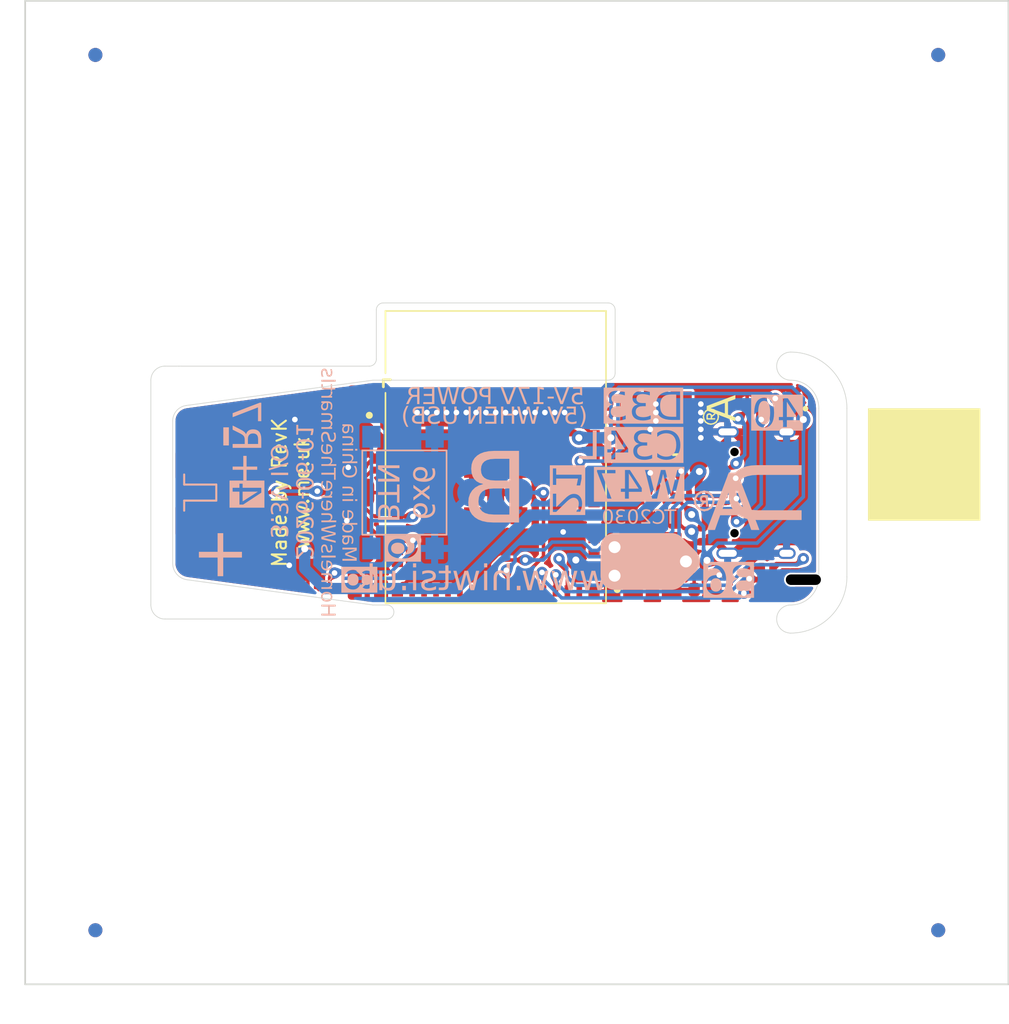
<source format=kicad_pcb>
(kicad_pcb (version 20241229) (generator "pcbnew") (generator_version "9.0")
  (title_block (title "PCB-LEDC") (rev "1") (company "Adrian Kennard, Andrews & Arnold Ltd"))
  (layers (0 "F.Cu" signal) (2 "B.Cu" signal) (13 "F.Paste" user) (15 "B.Paste" user) (5 "F.SilkS" user "F.Silkscreen") (7 "B.SilkS" user "B.Silkscreen") (1 "F.Mask" user) (3 "B.Mask" user) (25 "Edge.Cuts" user))
  (net 0 "")
  (net 1 "GND")
  (net 2 "+3V3")
  (net 3 "Net-(U1-EN)")
  (net 4 "D+")
  (net 5 "D-")
  (net 6 "SW")
  (net 7 "BST")
  (net 8 "FB")
  (net 11 "Net-(J3-CC1)")
  (net 12 "Net-(J3-CC2)")
  (net 13 "EN")
  (net 17 "LED")
  (net 21 "BLINK")
  (net 23 "DC")
  (net 25 "Net-(J1-Pin_2)")
  (net 30 "ADC")
  (net 37 "WS")
  (net 38 "SD")
  (net 39 "SCK")
  (net 43 "PUSH")
  (net 48 "Net-(U2-VCC)")
  (net 49 "IR")
  (net 53 "TEMP")
  (footprint "RevK:L_5x5" (layer "F.Cu") (at 109.9 94.8 180)
    (property "Reference" "L1" (hide yes))
    (property "Value" "4.7uH")
  )
  (footprint "RevK:R_0201" (layer "F.Cu") (at 111.1 100.4 90)
    (property "Reference" "R9" (hide yes))
    (property "Value" "150k 1%")
  )
  (footprint "RevK:ICS43434_MEMS_Mic_Open" (layer "F.Cu") (at 118.7 106.2)
    (property "Reference" "U3" (hide yes))
    (property "Value" "ICS43434_MEMS_Mic")
  )
  (footprint "RevK:DFN1006-2L" (layer "F.Cu") (at 89.9 98 -90)
    (property "Reference" "D2" (hide yes))
    (property "Value" "~")
  )
  (footprint "RevK:R_0201" (layer "F.Cu") (at 106.7 94.8 90)
    (property "Reference" "R1" (hide yes))
    (property "Value" "10K")
  )
  (footprint "RevK:R_0201" (layer "F.Cu") (at 87 106.9 180)
    (property "Reference" "R3" (hide yes))
    (property "Value" "124K")
  )
  (footprint "RevK:C_0201" (layer "F.Cu") (at 110 100.4 -90)
    (property "Reference" "C12" (hide yes))
    (property "Value" "100nF")
  )
  (footprint "RevK:C_0805" (layer "F.Cu") (at 89.4 106.9)
    (property "Reference" "C5" (hide yes))
    (property "Value" "22uF 35V")
  )
  (footprint "RevK:C_0201" (layer "F.Cu") (at 115.2 106.78 90)
    (property "Reference" "C13" (hide yes))
    (property "Value" "100nF")
  )
  (footprint "RevK:VCUT70N" (layer "F.Cu") (at 100 92)
    (property "Reference" "V1" (hide yes))
    (property "Value" "~")
  )
  (footprint "RevK:C_0201" (layer "F.Cu") (at 118.68 94.8 180)
    (property "Reference" "C8" (hide yes))
    (property "Value" "100nF")
  )
  (footprint "RevK:R_0201" (layer "F.Cu") (at 90 101.98 90)
    (property "Reference" "R2" (hide yes))
    (property "Value" "4k7")
  )
  (footprint "RevK:C_0402" (layer "F.Cu") (at 89.9 94.4 180)
    (property "Reference" "C1" (hide yes))
    (property "Value" "100nF" (hide yes))
  )
  (footprint "RevK:R_0201" (layer "F.Cu") (at 110.55 100.38 -90)
    (property "Reference" "R8" (hide yes))
    (property "Value" "150k 1%")
  )
  (footprint "RevK:C_0201" (layer "F.Cu") (at 106.7 93.4 90)
    (property "Reference" "C6" (hide yes))
    (property "Value" "1uF")
  )
  (footprint "RevK:C_0805" (layer "F.Cu") (at 107.4 101.2 -90)
    (property "Reference" "C15" (hide yes))
    (property "Value" "47uF 6V")
  )
  (footprint "RevK:R_0201" (layer "F.Cu") (at 85.4 106.7 180)
    (property "Reference" "R4" (hide yes))
    (property "Value" "10K")
  )
  (footprint "RevK:SMD1010" (layer "F.Cu") (at 119.7 93.601041 -135)
    (property "Reference" "D1" (hide yes))
    (property "Value" "XL-1010RGBC-WS2812B" (hide yes))
  )
  (footprint "RevK:C_0603" (layer "F.Cu") (at 113.4 106.9)
    (property "Reference" "C9" (hide yes))
    (property "Value" "47uF")
  )
  (footprint "RevK:VCUT70N" (layer "F.Cu") (at 100 108 180)
    (property "Reference" "V2" (hide yes))
    (property "Value" "~")
  )
  (footprint "RevK:PCB7070" (layer "F.Cu") (at 100 100)
    (property "Reference" "PCB1" (hide yes))
    (property "Value" "70x70" (hide yes))
    (fp_line (start -35 -35) (end 35 -35) (stroke (width 0.12)) (layer "Edge.Cuts"))
    (fp_line (start -35 35) (end -35 -35) (stroke (width 0.12)) (layer "Edge.Cuts"))
    (fp_line (start 35 -35) (end 35 35) (stroke (width 0.12)) (layer "Edge.Cuts"))
    (fp_line (start 35 35) (end -35 35) (stroke (width 0.12)) (layer "Edge.Cuts"))
  )
  (footprint "RevK:USB-C-Socket-H" (layer "F.Cu") (at 116 100 90)
    (property "Reference" "J3" (hide yes))
    (property "Value" "USB-C-Socket-H")
  )
  (footprint "RevK:C_0201" (layer "F.Cu") (at 107.2 97.5)
    (property "Reference" "C16" (hide yes))
    (property "Value" "100nF")
  )
  (footprint "RevK:SOT-563" (layer "F.Cu") (at 110.5375 98.6 -90)
    (property "Reference" "U4" (hide yes))
    (property "Value" "TPS562243")
  )
  (footprint "RevK:R_0201" (layer "F.Cu") (at 116.4 93.8 -90)
    (property "Reference" "R7" (hide yes))
    (property "Value" "5K1")
  )
  (footprint "RevK:R_0201" (layer "F.Cu") (at 112.9 105.9)
    (property "Reference" "R5" (hide yes))
    (property "Value" "47R")
  )
  (footprint "RevK:ESP32-S3-MINI-1" (layer "F.Cu") (at 98.5 100)
    (property "Reference" "U1" (hide yes))
    (property "Value" "ESP32-S3-MINI-1" (hide yes))
  )
  (footprint "RevK:C_0805" (layer "F.Cu") (at 110.3 101.85 180)
    (property "Reference" "C10" (hide yes))
    (property "Value" "22uF 25V")
  )
  (footprint "RevK:R_0201" (layer "F.Cu") (at 117 93.8 90)
    (property "Reference" "R6" (hide yes))
    (property "Value" "5K1")
  )
  (footprint "RevK:C_0805" (layer "F.Cu") (at 89.4 93.1)
    (property "Reference" "C7" (hide yes))
    (property "Value" "22uF 35V")
  )
  (footprint "RevK:C_0201" (layer "F.Cu") (at 111.6375 100.4 -90)
    (property "Reference" "C14" (hide yes))
    (property "Value" "18pF")
  )
  (footprint "RevK:C_0402" (layer "F.Cu") (at 113.2 103 -90)
    (property "Reference" "C11" (hide yes))
    (property "Value" "100nF 25V" (hide yes))
  )
  (footprint "RevK:R_0201" (layer "F.Cu") (at 112 99.4)
    (property "Reference" "R10" (hide yes))
    (property "Value" "33k 1%")
  )
  (footprint "RevK:IR-SMD-4P,3.35x3.9mm" (layer "F.Cu") (at 109.65 105.15)
    (property "Reference" "U2" (hide yes))
    (property "Value" "IRMHF384")
  )
  (footprint "RevK:WAGO-2060-453-998-404" (layer "F.Cu") (at 83.5 100)
    (property "Reference" "J2" (hide yes))
    (property "Value" "Wago")
  )
  (footprint "RevK:SW_Push_1P1T_NO_6x6mm" (layer "B.Cu") (at 91.9 100 -90)
    (property "Reference" "SW1" (hide yes))
    (property "Value" "Button")
  )
  (footprint "RevK:AA-Pad" (layer "B.Cu") (at 98.45 100 180)
    (property "Reference" "J1" (hide yes))
    (property "Value" "Reset")
  )
  (footprint "RevK:Tag-Connect_TC2030-IDC-NL_2x03_P1.27mm_Vertical" (layer "B.Cu") (at 109.5 104.9 180)
    (property "Reference" "J4" (hide yes))
    (property "Value" "TC2030-USB-NL-DS")
  )
  (gr_rect (start 125 94) (end 133 102) (fill yes) (layer "F.SilkS"))
  (gr_rect (start 89 97) (end 95 103) (stroke (width 0.12)) (fill no) (layer "B.SilkS"))
  (gr_line (start 107 87) (end 107 91.5) (stroke (width 0.05)) (layer "Edge.Cuts"))
  (gr_line (start 90.75 108) (end 89.750089 108) (stroke (width 0.05)) (layer "Edge.Cuts"))
  (gr_arc (start 90 90.5) (mid 89.853553 90.853553) (end 89.5 91) (stroke (width 0.05)) (layer "Edge.Cuts"))
  (gr_arc (start 119.5 110) (mid 118.5 109) (end 119.5 108) (stroke (width 0.05)) (layer "Edge.Cuts"))
  (gr_line (start 90.75 92) (end 89.750089 92) (stroke (width 0.05)) (layer "Edge.Cuts"))
  (gr_line (start 73.950089 92) (end 73.950089 108) (stroke (width 0.05)) (layer "Edge.Cuts"))
  (gr_line (start 89.750089 92) (end 76.470089 93.8) (stroke (width 0.05)) (layer "Edge.Cuts"))
  (gr_arc (start 90 87) (mid 90.146447 86.646447) (end 90.5 86.5) (stroke (width 0.05)) (layer "Edge.Cuts"))
  (gr_arc (start 123.5 106) (mid 122.328427 108.828427) (end 119.5 110) (stroke (width 0.05)) (layer "Edge.Cuts"))
  (gr_arc (start 106.5 86.5) (mid 106.853553 86.646447) (end 107 87) (stroke (width 0.05)) (layer "Edge.Cuts"))
  (gr_arc (start 119.5 92) (mid 120.914214 92.585786) (end 121.5 94) (stroke (width 0.05)) (layer "Edge.Cuts"))
  (gr_arc (start 75.5 94.91) (mid 75.776698 94.172913) (end 76.470089 93.8) (stroke (width 0.05)) (layer "Edge.Cuts"))
  (gr_line (start 89.750089 108) (end 76.533663 106.205556) (stroke (width 0.05)) (layer "Edge.Cuts"))
  (gr_line (start 90.75 109) (end 74.950089 109) (stroke (width 0.05)) (layer "Edge.Cuts"))
  (gr_arc (start 119.5 92) (mid 118.5 91) (end 119.5 90) (stroke (width 0.05)) (layer "Edge.Cuts"))
  (gr_line (start 75.95 91) (end 74.950089 91) (stroke (width 0.05)) (layer "Edge.Cuts"))
  (gr_arc (start 90.75 108) (mid 91.25 108.5) (end 90.75 109) (stroke (width 0.05)) (layer "Edge.Cuts"))
  (gr_arc (start 121.5 106) (mid 120.914214 107.414214) (end 119.5 108) (stroke (width 0.05)) (layer "Edge.Cuts"))
  (gr_arc (start 76.533663 106.205556) (mid 75.794902 105.808232) (end 75.500089 105.022916) (stroke (width 0.05)) (layer "Edge.Cuts"))
  (gr_line (start 121.5 94) (end 121.5 106) (stroke (width 0.05)) (layer "Edge.Cuts"))
  (gr_arc (start 73.950089 92) (mid 74.242982 91.292889) (end 74.950089 91) (stroke (width 0.05)) (layer "Edge.Cuts"))
  (gr_line (start 90.75 92) (end 106.5 92) (stroke (width 0.05)) (layer "Edge.Cuts"))
  (gr_line (start 89.5 91) (end 75.95 91) (stroke (width 0.05)) (layer "Edge.Cuts"))
  (gr_line (start 90.5 86.5) (end 106.5 86.5) (stroke (width 0.05)) (layer "Edge.Cuts"))
  (gr_line (start 123.5 106) (end 123.5 94) (stroke (width 0.05)) (layer "Edge.Cuts"))
  (gr_arc (start 119.5 90) (mid 122.328427 91.171573) (end 123.5 94) (stroke (width 0.05)) (layer "Edge.Cuts"))
  (gr_line (start 90 87) (end 90 90.5) (stroke (width 0.05)) (layer "Edge.Cuts"))
  (gr_arc (start 74.950089 109) (mid 74.242989 108.707103) (end 73.950089 108) (stroke (width 0.05)) (layer "Edge.Cuts"))
  (gr_line (start 75.5 94.91) (end 75.500089 105.022916) (stroke (width 0.05)) (layer "Edge.Cuts"))
  (gr_arc (start 107 91.5) (mid 106.853553 91.853553) (end 106.5 92) (stroke (width 0.05)) (layer "Edge.Cuts"))
  (gr_text "®" (at 114.3 95.35 90) (layer "F.SilkS") (effects (font (size 0.8 0.8) (thickness 0.1)) (justify left bottom)))
  (gr_text "A" (at 115.9 94.95 90) (layer "F.SilkS") (effects (font (size 2 2)) (justify left bottom)))
  (gr_text "Made by RevK\nwww.me.uk" (at 85.3 100 90) (layer "F.SilkS") (effects (font (size 1 1)) (justify bottom)))
  (gr_text "HomeIsWhereTheSmartIs" (at 86.5 100 -90) (layer "B.SilkS") (effects (font (size 1 1)) (justify mirror)))
  (gr_text "3.3V I/O" (at 83 99.9 -90) (layer "B.SilkS") (effects (font (size 1.2 1.2)) (justify mirror)))
  (gr_text "C34" (at 111.8 96.8 0) (layer "B.SilkS" knockout) (effects (font (size 2 2)) (justify left mirror)))
  (gr_text "D33" (at 111.9 94 0) (layer "B.SilkS" knockout) (effects (font (size 2 2)) (justify left mirror)))
  (gr_text "+R7" (at 80.6 96.4 270) (layer "B.SilkS") (effects (font (size 2 2)) (justify mirror)))
  (gr_text "5V-17V POWER" (at 98.45 92.5 0) (layer "B.SilkS") (effects (font (size 1.2 1.2)) (justify top mirror)))
  (gr_text "${CURRENT_DATE}" (at 85.5 99.9 -90) (layer "B.SilkS") (effects (font (size 1.2 1.2)) (justify top mirror)))
  (gr_text "6x6\nBTN" (at 92 100 270) (layer "B.SilkS") (effects (font (size 1.5 1.5)) (justify mirror)))
  (gr_text "+" (at 78.9 104.5 0) (layer "B.SilkS") (effects (font (size 3.5 3.5)) (justify mirror)))
  (gr_text "U" (at 117.25 100 -90) (layer "B.SilkS") (effects (font (size 5 5)) (justify mirror)))
  (gr_text "36" (at 115.1 106.4 0) (layer "B.SilkS" knockout) (effects (font (size 2 2)) (justify mirror)))
  (gr_text "21" (at 103.4 99.8 -90) (layer "B.SilkS" knockout) (effects (font (size 2 2)) (justify mirror)))
  (gr_text "4" (at 80.6 100.1 -90) (layer "B.SilkS" knockout) (effects (font (size 2 2)) (justify mirror)))
  (gr_text "®" (at 114.3 101.2 0) (layer "B.SilkS") (effects (font (size 1 1)) (justify left bottom mirror)))
  (gr_text "-" (at 79.2 96 90) (layer "B.SilkS") (effects (font (size 3.5 3.5)) (justify mirror)))
  (gr_text "W47" (at 111.8 99.6 0) (layer "B.SilkS" knockout) (effects (font (size 2 2)) (justify left mirror)))
  (gr_text "L" (at 104.4 96.8 0) (layer "B.SilkS") (effects (font (size 2 2)) (justify right mirror)))
  (gr_text "Made in China" (at 88 100 -90) (layer "B.SilkS") (effects (font (size 1 1)) (justify mirror)))
  (gr_text "8" (at 88.6 106.2 -90) (layer "B.SilkS" knockout) (effects (font (size 2 2)) (justify mirror)))
  (gr_text "TC2030" (at 108.7 101.8 0) (layer "B.SilkS") (effects (font (size 1 1)) (justify mirror)))
  (gr_text "(5V WHEN USB)" (at 98.4 93.9 0) (layer "B.SilkS") (effects (font (size 1.2 1.2)) (justify top mirror)))
  (gr_text "⎍" (at 77.7 100 -90) (layer "B.SilkS") (effects (font (size 3 3)) (justify mirror)))
  (gr_text "40" (at 118.5 94.5 0) (layer "B.SilkS" knockout) (effects (font (size 2 2)) (justify mirror)))
  (gr_text "www.hiwtsi.uk" (at 97.5 106.2 0) (layer "B.SilkS") (effects (font (size 1.8 1.8)) (justify mirror)))
  (gr_text "A" (at 115.4 101 0) (layer "B.SilkS") (effects (font (size 4 4)) (justify mirror)))
  (gr_text "6" (at 91.7 104 270) (layer "B.SilkS" knockout) (effects (font (size 2 2)) (justify mirror)))
  (segment (start 111.563168 98.6) (end 111.611216 98.551952) (width 0.4) (layer "F.Cu") (net 1))
  (segment (start 111.611216 98.533574) (end 111.658986 98.485804) (width 0.4) (layer "F.Cu") (net 1))
  (segment (start 111.675377 98.46064) (end 111.658986 98.477031) (width 0.4) (layer "F.Cu") (net 1))
  (segment (start 108.6 101.9) (end 107.6375 101.9) (width 1) (layer "F.Cu") (net 1))
  (segment (start 90.3375 106.9) (end 91.4 106.9) (width 0.25) (layer "F.Cu") (net 1))
  (segment (start 111.675377 98.46064) (end 111.658986 98.477031) (width 0.25) (layer "F.Cu") (net 1))
  (segment (start 114.175 106.111101) (end 114.415101 105.871) (width 0.25) (layer "F.Cu") (net 1))
  (segment (start 107.4 102.1375) (end 106.6 102.9375) (width 0.25) (layer "F.Cu") (net 1))
  (segment (start 118.36 94.999999) (end 119.040001 95.68) (width 0.25) (layer "F.Cu") (net 1))
  (segment (start 109.5 98.6) (end 109.7605 98.3395) (width 0.8) (layer "F.Cu") (net 1))
  (segment (start 114.375 107.1) (end 115.2 107.1) (width 0.25) (layer "F.Cu") (net 1))
  (segment (start 105.5 96.6) (end 105.98 96.6) (width 0.25) (layer "F.Cu") (net 1))
  (segment (start 105.5 96.6) (end 105.2 96.6) (width 0.25) (layer "F.Cu") (net 1))
  (segment (start 111.680117 98.452819) (end 111.680117 98.451965) (width 0.4) (layer "F.Cu") (net 1))
  (segment (start 105.98 96.6) (end 106.88 97.5) (width 0.25) (layer "F.Cu") (net 1))
  (segment (start 111.681354 98.450728) (end 111.681354 98.454224) (width 0.25) (layer "F.Cu") (net 1))
  (segment (start 111.681354 98.454224) (end 111.699302 98.472172) (width 0.4) (layer "F.Cu") (net 1))
  (segment (start 111.675377 98.46064) (end 111.675377 98.457559) (width 0.4) (layer "F.Cu") (net 1))
  (segment (start 114.13 103.5) (end 113.2 103.5) (width 0.5) (layer "F.Cu") (net 1))
  (segment (start 115.01 95.68) (end 115.01 96.22) (width 0.5) (layer "F.Cu") (net 1))
  (segment (start 112.32 99.200001) (end 111.671951 98.551952) (width 0.25) (layer "F.Cu") (net 1))
  (segment (start 109.5 98.6) (end 111.563168 98.6) (width 0.4) (layer "F.Cu") (net 1))
  (segment (start 115.41 104.32) (end 118.64 101.09) (width 0.5) (layer "F.Cu") (net 1))
  (segment (start 111.680117 98.451965) (end 111.681354 98.450728) (width 0.4) (layer "F.Cu") (net 1))
  (segment (start 111.680117 98.452819) (end 111.675377 98.457559) (width 0.4) (layer "F.Cu") (net 1))
  (segment (start 104.764428 97.035572) (end 104.20997 97.035572) (width 0.25) (layer "F.Cu") (net 1))
  (segment (start 111.680117 98.452819) (end 111.680117 98.451965) (width 0.25) (layer "F.Cu") (net 1))
  (segment (start 112.32 99.4) (end 112.32 99.98) (width 0.25) (layer "F.Cu") (net 1))
  (segment (start 118.36 94.8) (end 118.36 94.999999) (width 0.25) (layer "F.Cu") (net 1))
  (segment (start 105.2 96.6) (end 104.764428 97.035572) (width 0.25) (layer "F.Cu") (net 1))
  (segment (start 115.41 95.68) (end 118.64 98.91) (width 0.5) (layer "F.Cu") (net 1))
  (segment (start 114.43 103.74) (end 115.01 104.32) (width 0.5) (layer "F.Cu") (net 1))
  (segment (start 109.5 98.425) (end 110.0375 97.8875) (width 0.25) (layer "F.Cu") (net 1))
  (segment (start 104.45 94.95) (end 104.45 93) (width 0.25) (layer "F.Cu") (net 1))
  (segment (start 107.6375 101.9) (end 107.4 102.1375) (width 1) (layer "F.Cu") (net 1))
  (segment (start 111.671951 98.551952) (end 111.671951 98.510735) (width 0.25) (layer "F.Cu") (net 1))
  (segment (start 108.325 103.55) (end 108.325 103.0625) (width 1) (layer "F.Cu") (net 1))
  (segment (start 111.671951 98.510735) (end 111.658986 98.49777) (width 0.25) (layer "F.Cu") (net 1))
  (segment (start 105.5 107) (end 106.5 107) (width 0.25) (layer "F.Cu") (net 1))
  (segment (start 106.6 102.9375) (end 106.6 103.2) (width 0.25) (layer "F.Cu") (net 1))
  (segment (start 114.43 103.2) (end 114.43 103.74) (width 0.5) (layer "F.Cu") (net 1))
  (segment (start 111.658986 98.485804) (end 111.658986 98.477031) (width 0.4) (layer "F.Cu") (net 1))
  (segment (start 109.7605 98.3395) (end 109.7605 98.11522) (width 0.8) (layer "F.Cu") (net 1))
  (segment (start 115.01 96.22) (end 114.43 96.8) (width 0.5) (layer "F.Cu") (net 1))
  (segment (start 111.680117 98.451965) (end 111.681354 98.450728) (width 0.25) (layer "F.Cu") (net 1))
  (segment (start 109.5 98.6) (end 109.5 98.425) (width 0.25) (layer "F.Cu") (net 1))
  (segment (start 111.658986 98.49777) (end 111.658986 98.477031) (width 0.25) (layer "F.Cu") (net 1))
  (segment (start 111.611216 98.551952) (end 111.611216 98.533574) (width 0.4) (layer "F.Cu") (net 1))
  (segment (start 109.3625 101.9) (end 108.6 101.9) (width 1) (layer "F.Cu") (net 1))
  (segment (start 108.325 103.0625) (end 107.4 102.1375) (width 1) (layer "F.Cu") (net 1))
  (segment (start 89.4 94.7) (end 88.1 96) (width 0.25) (layer "F.Cu") (net 1))
  (segment (start 89.4 94.4) (end 89.4 94.7) (width 0.25) (layer "F.Cu") (net 1))
  (segment (start 102.895542 98.35) (end 100.15 98.35) (width 0.25) (layer "F.Cu") (net 1))
  (segment (start 119.2 95.68) (end 119.2 104.32) (width 0.5) (layer "F.Cu") (net 1))
  (segment (start 105.25 95.75) (end 104.45 94.95) (width 0.25) (layer "F.Cu") (net 1))
  (segment (start 114.175 106.9) (end 114.175 106.111101) (width 0.25) (layer "F.Cu") (net 1))
  (segment (start 112.32 99.4) (end 112.32 99.200001) (width 0.25) (layer "F.Cu") (net 1))
  (segment (start 111.681354 98.454224) (end 111.699302 98.472172) (width 0.25) (layer "F.Cu") (net 1))
  (segment (start 111.675377 98.46064) (end 111.675377 98.457559) (width 0.25) (layer "F.Cu") (net 1))
  (segment (start 111.681354 98.450728) (end 111.681354 98.454224) (width 0.4) (layer "F.Cu") (net 1))
  (segment (start 114.43 103.2) (end 114.13 103.5) (width 0.5) (layer "F.Cu") (net 1))
  (segment (start 111.680117 98.452819) (end 111.675377 98.457559) (width 0.25) (layer "F.Cu") (net 1))
  (segment (start 104.20997 97.035572) (end 102.895542 98.35) (width 0.25) (layer "F.Cu") (net 1))
  (via (at 94.3 94.3) (size 0.8) (drill 0.4) (layers "F.Cu" "B.Cu") (net 1))
  (via (at 113.1 95.5) (size 0.8) (drill 0.4) (layers "F.Cu" "B.Cu") (net 1))
  (via (at 98.5 94.3) (size 0.8) (drill 0.4) (layers "F.Cu" "B.Cu") (net 1))
  (via (at 113.1 94.3) (size 0.8) (drill 0.4) (layers "F.Cu" "B.Cu") (net 1))
  (via (at 109.9 94.9) (size 0.8) (drill 0.4) (layers "F.Cu" "B.Cu") (net 1))
  (via (at 101.3 94.3) (size 0.8) (drill 0.4) (layers "F.Cu" "B.Cu") (net 1))
  (via (at 95 94.3) (size 0.8) (drill 0.4) (layers "F.Cu" "B.Cu") (net 1))
  (via (at 102.7 94.3) (size 0.8) (drill 0.4) (layers "F.Cu" "B.Cu") (net 1))
  (via (at 100.6 94.3) (size 0.8) (drill 0.4) (layers "F.Cu" "B.Cu") (net 1))
  (via (at 83.8 105.173963) (size 0.8) (drill 0.4) (layers "F.Cu" "B.Cu") (net 1))
  (via (at 113.1 94.9) (size 0.8) (drill 0.4) (layers "F.Cu" "B.Cu") (net 1))
  (via (at 92.9 94.3) (size 0.8) (drill 0.4) (layers "F.Cu" "B.Cu") (net 1))
  (via (at 99.2 94.3) (size 0.8) (drill 0.4) (layers "F.Cu" "B.Cu") (net 1))
  (via (at 114.415101 105.871) (size 0.8) (drill 0.4) (layers "F.Cu" "B.Cu") (net 1))
  (via (at 103.3 102.8) (size 0.8) (drill 0.4) (layers "F.Cu" "B.Cu") (net 1))
  (via (at 93.6 94.3) (size 0.8) (drill 0.4) (layers "F.Cu" "B.Cu") (net 1))
  (via (at 96.4 94.3) (size 0.8) (drill 0.4) (layers "F.Cu" "B.Cu") (net 1))
  (via (at 102 94.3) (size 0.8) (drill 0.4) (layers "F.Cu" "B.Cu") (net 1))
  (via (at 97.8 94.3) (size 0.8) (drill 0.4) (layers "F.Cu" "B.Cu") (net 1))
  (via (at 109.9 94.3) (size 0.8) (drill 0.4) (layers "F.Cu" "B.Cu") (net 1))
  (via (at 97.1 94.3) (size 0.8) (drill 0.4) (layers "F.Cu" "B.Cu") (net 1))
  (via (at 109.5 95.5) (size 0.8) (drill 0.4) (layers "F.Cu" "B.Cu") (net 1))
  (via (at 104.2 104.8) (size 1) (drill 0.5) (layers "F.Cu" "B.Cu") (net 1))
  (via (at 95.7 94.3) (size 0.8) (drill 0.4) (layers "F.Cu" "B.Cu") (net 1))
  (via (at 109.5 98.6) (size 0.8) (drill 0.4) (layers "F.Cu" "B.Cu") (net 1))
  (via (at 99.9 94.3) (size 0.8) (drill 0.4) (layers "F.Cu" "B.Cu") (net 1))
  (via (at 109.9 93.7) (size 0.8) (drill 0.4) (layers "F.Cu" "B.Cu") (net 1))
  (via (at 88 98.2) (size 0.8) (drill 0.4) (layers "F.Cu" "B.Cu") (net 1))
  (via (at 87.9 102) (size 0.8) (drill 0.4) (layers "F.Cu" "B.Cu") (net 1))
  (via (at 84.2 94.8) (size 0.8) (drill 0.4) (layers "F.Cu" "B.Cu") (net 1))
  (via (at 113.1 96.1) (size 0.8) (drill 0.4) (layers "F.Cu" "B.Cu") (net 1))
  (via (at 113.1 93.7) (size 0.8) (drill 0.4) (layers "F.Cu" "B.Cu") (net 1))
  (via (at 103.4 94.3) (size 0.8) (drill 0.4) (layers "F.Cu" "B.Cu") (net 1))
  (via (at 111.699302 98.472172) (size 0.8) (drill 0.4) (layers "F.Cu" "B.Cu") (net 1))
  (segment (start 107.845 105.15) (end 104.55 105.15) (width 0.25) (layer "B.Cu") (net 1))
  (segment (start 108.23 105.535) (end 107.845 105.15) (width 0.25) (layer "B.Cu") (net 1))
  (segment (start 104.55 105.15) (end 104.2 104.8) (width 0.25) (layer "B.Cu") (net 1))
  (segment (start 107.731 95.169) (end 108.1 94.8) (width 1) (layer "F.Cu") (net 2))
  (segment (start 114.846 105.046) (end 115.2 105.4) (width 0.25) (layer "F.Cu") (net 2))
  (segment (start 115.2 106.45) (end 115.2 106.505) (width 0.25) (layer "F.Cu") (net 2))
  (segment (start 107.475 95.425) (end 108.1 94.8) (width 0.25) (layer "F.Cu") (net 2))
  (segment (start 104.416166 96.099578) (end 104.066588 95.75) (width 0.5) (layer "F.Cu") (net 2))
  (segment (start 119.597918 94.202082) (end 119 94.8) (width 0.25) (layer "F.Cu") (net 2))
  (segment (start 116.244 105.406) (end 117.305 105.406) (width 0.25) (layer "F.Cu") (net 2))
  (segment (start 90.4 95.3) (end 90.85 95.75) (width 0.25) (layer "F.Cu") (net 2))
  (segment (start 107.475 97.5) (end 107.475 95.425) (width 0.25) (layer "F.Cu") (net 2))
  (segment (start 106.7 95.12) (end 107.78 95.12) (width 0.25) (layer "F.Cu") (net 2))
  (segment (start 104.066588 95.75) (end 91.5 95.75) (width 0.5) (layer "F.Cu") (net 2))
  (segment (start 90.4 94.4) (end 90.4 95.3) (width 0.25) (layer "F.Cu") (net 2))
  (segment (start 113.80444 105.046) (end 114.846 105.046) (width 0.25) (layer "F.Cu") (net 2))
  (segment (start 112.447911 101.485411) (end 111.6375 100.675) (width 0.25) (layer "F.Cu") (net 2))
  (segment (start 116.244 105.406) (end 115.2 106.45) (width 0.25) (layer "F.Cu") (net 2))
  (segment (start 106.8 96.1) (end 108.1 94.8) (width 0.8) (layer "F.Cu") (net 2))
  (segment (start 106.7 96.1) (end 106.8 96.1) (width 0.8) (layer "F.Cu") (net 2))
  (segment (start 107.4 100.2625) (end 107.731 99.9315) (width 1) (layer "F.Cu") (net 2))
  (segment (start 113.175 105.18678) (end 113.541 104.82078) (width 0.25) (layer "F.Cu") (net 2))
  (segment (start 119.802082 94.202082) (end 120.4 94.8) (width 0.25) (layer "F.Cu") (net 2))
  (segment (start 113.57922 104.82078) (end 113.80444 105.046) (width 0.25) (layer "F.Cu") (net 2))
  (segment (start 113.541 104.82078) (end 113.57922 104.82078) (width 0.25) (layer "F.Cu") (net 2))
  (segment (start 90.85 95.75) (end 91.5 95.75) (width 0.25) (layer "F.Cu") (net 2))
  (segment (start 111.1 100.675) (end 111.6375 100.675) (width 0.25) (layer "F.Cu") (net 2))
  (segment (start 115.2 105.4) (end 115.2 106.505) (width 0.25) (layer "F.Cu") (net 2))
  (segment (start 113.175 105.9) (end 113.175 105.18678) (width 0.25) (layer "F.Cu") (net 2))
  (segment (start 107.731 99.9315) (end 107.731 95.169) (width 1) (layer "F.Cu") (net 2))
  (segment (start 112.447911 101.562908) (end 112.447911 101.485411) (width 0.25) (layer "F.Cu") (net 2))
  (via (at 104.416166 96.099578) (size 1) (drill 0.5) (layers "F.Cu" "B.Cu") (net 2))
  (via (at 106.7 96.1) (size 1) (drill 0.5) (layers "F.Cu" "B.Cu") (net 2))
  (via (at 112.447911 101.562908) (size 1) (drill 0.5) (layers "F.Cu" "B.Cu") (net 2))
  (via (at 113.541 104.82078) (size 1) (drill 0.5) (layers "F.Cu" "B.Cu") (net 2))
  (via (at 120.4 94.8) (size 1) (drill 0.5) (layers "F.Cu" "B.Cu") (net 2))
  (segment (start 112.4375 101.492764) (end 112.437428 101.492692) (width 0.25) (layer "B.Cu") (net 2))
  (segment (start 113.3 102.431444) (end 113.3 104.57978) (width 0.25) (layer "B.Cu") (net 2))
  (segment (start 112.4375 101.523606) (end 112.4375 101.522439) (width 0.25) (layer "B.Cu") (net 2))
  (segment (start 112.4375 101.502673) (end 112.436788 101.503385) (width 0.25) (layer "B.Cu") (net 2))
  (segment (start 112.43488 101.548112) (end 112.433569 101.546801) (width 0.25) (layer "B.Cu") (net 2))
  (segment (start 120.4 94.8) (end 120.4 100.3) (width 0.25) (layer "B.Cu") (net 2))
  (segment (start 112.4375 101.537061) (end 112.4375 101.540248) (width 0.25) (layer "B.Cu") (net 2))
  (segment (start 112.437428 101.484882) (end 112.437428 101.492693) (width 0.25) (layer "B.Cu") (net 2))
  (segment (start 112.4375 101.492764) (end 112.43535 101.492764) (width 0.25) (layer "B.Cu") (net 2))
  (segment (start 112.430209 101.545302) (end 112.43712 101.552213) (width 0.25) (layer "B.Cu") (net 2))
  (segment (start 112.4375 101.492765) (end 112.435349 101.492765) (width 0.25) (layer "B.Cu") (net 2))
  (segment (start 112.4375 101.513976) (end 112.4375 101.517342) (width 0.25) (layer "B.Cu") (net 2))
  (segment (start 112.4375 101.502665) (end 112.436784 101.503381) (width 0.25) (layer "B.Cu") (net 2))
  (segment (start 112.436988 101.524665) (end 112.4375 101.524665) (width 0.25) (layer "B.Cu") (net 2))
  (segment (start 112.4375 101.503381) (end 112.435965 101.501846) (width 0.25) (layer "B.Cu") (net 2))
  (segment (start 112.435963 101.493379) (end 112.435963 101.501848) (width 0.25) (layer "B.Cu") (net 2))
  (segment (start 112.485455 101.722282) (end 112.485455 101.611103) (width 0.25) (layer "B.Cu") (net 2))
  (segment (start 112.4375 101.528706) (end 112.4375 101.525177) (width 0.25) (layer "B.Cu") (net 2))
  (segment (start 113.284278 102.415722) (end 113.3 102.431444) (width 0.25) (layer "B.Cu") (net 2))
  (segment (start 120.4 93.3) (end 119.601 92.501) (width 0.25) (layer "B.Cu") (net 2))
  (segment (start 112.485455 101.722282) (end 112.590837 101.722282) (width 0.25) (layer "B.Cu") (net 2))
  (segment (start 118.236396 92.5) (end 107.263604 92.5) (width 0.25) (layer "B.Cu") (net 2))
  (segment (start 114.309281 103.594) (end 113.541 104.362281) (width 0.25) (layer "B.Cu") (net 2))
  (segment (start 112.4375 101.551777) (end 112.4375 101.551344) (width 0.25) (layer "B.Cu") (net 2))
  (segment (start 112.435963 101.493379) (end 112.435349 101.492765) (width 0.25) (layer "B.Cu") (net 2))
  (segment (start 104.416588 96.1) (end 104.416166 96.099578) (width 0.8) (layer "B.Cu") (net 2))
  (segment (start 112.4375 101.551733) (end 112.4375 101.552543) (width 0.25) (layer "B.Cu") (net 2))
  (segment (start 112.4375 101.54911) (end 112.4375 101.55001) (width 0.25) (layer "B.Cu") (net 2))
  (segment (start 112.437428 101.484877) (end 112.437428 101.492692) (width 0.25) (layer "B.Cu") (net 2))
  (segment (start 112.445196 101.560261) (end 112.4375 101.552565) (width 0.25) (layer "B.Cu") (net 2))
  (segment (start 112.430209 101.545302) (end 112.430209 101.492096) (width 0.25) (layer "B.Cu") (net 2))
  (segment (start 112.437428 101.484877) (end 112.430209 101.492096) (width 0.25) (layer "B.Cu") (net 2))
  (segment (start 112.430886 101.54103) (end 112.430886 101.539853) (width 0.25) (layer "B.Cu") (net 2))
  (segment (start 112.4375 101.503385) (end 112.435963 101.501848) (width 0.25) (layer "B.Cu") (net 2))
  (segment (start 113.622922 104.753943) (end 113.556085 104.82078) (width 0.25) (layer "B.Cu") (net 2))
  (segment (start 118.237396 92.501) (end 118.236396 92.5) (width 0.25) (layer "B.Cu") (net 2))
  (segment (start 112.445196 101.560261) (end 112.445196 101.556302) (width 0.25) (layer "B.Cu") (net 2))
  (segment (start 107.263604 92.5) (end 106.7 93.063604) (width 0.25) (layer "B.Cu") (net 2))
  (segment (start 112.448503 101.562627) (end 112.44832 101.56281) (width 0.25) (layer "B.Cu") (net 2))
  (segment (start 112.4375 101.549222) (end 112.4375 101.5501) (width 0.25) (layer "B.Cu") (net 2))
  (segment (start 112.436434 101.547797) (end 112.436434 101.54918) (width 0.25) (layer "B.Cu") (net 2))
  (segment (start 112.4375 101.551733) (end 112.4375 101.551289) (width 0.25) (layer "B.Cu") (net 2))
  (segment (start 112.437157 101.518832) (end 112.4375 101.518832) (width 0.25) (layer "B.Cu") (net 2))
  (segment (start 112.4375 101.517342) (end 112.4375 101.519875) (width 0.25) (layer "B.Cu") (net 2))
  (segment (start 112.4375 101.551832) (end 112.4375 101.552593) (width 0.25) (layer "B.Cu") (net 2))
  (segment (start 112.4375 101.551414) (end 112.4375 101.550884) (width 0.25) (layer "B.Cu") (net 2))
  (segment (start 112.430886 101.54103) (end 112.428031 101.538175) (width 0.25) (layer "B.Cu") (net 2))
  (segment (start 112.430886 101.539853) (end 112.434329 101.543296) (width 0.25) (layer "B.Cu") (net 2))
  (segment (start 106.7 93.063604) (end 106.7 96.1) (width 0.25) (layer "B.Cu") (net 2))
  (segment (start 112.4375 101.550724) (end 112.4375 101.551289) (width 0.25) (layer "B.Cu") (net 2))
  (segment (start 117.106 103.594) (end 114.309281 103.594) (width 0.25) (layer "B.Cu") (net 2))
  (segment (start 112.4375 101.551777) (end 112.4375 101.552565) (width 0.25) (layer "B.Cu") (net 2))
  (segment (start 112.4375 101.518832) (end 112.4375 101.563148) (width 0.25) (layer "B.Cu") (net 2))
  (segment (start 112.4375 101.546731) (end 112.4375 101.548116) (width 0.25) (layer "B.Cu") (net 2))
  (segment (start 112.435965 101.493379) (end 112.43535 101.492764) (width 0.25) (layer "B.Cu") (net 2))
  (segment (start 112.4375 101.509287) (end 112.4375 101.513977) (width 0.25) (layer "B.Cu") (net 2))
  (segment (start 112.4375 101.545283) (end 112.4375 101.546953) (width 0.25) (layer "B.Cu") (net 2))
  (segment (start 112.4375 101.542601) (end 112.4375 101.544788) (width 0.25) (layer "B.Cu") (net 2))
  (segment (start 112.4375 101.551381) (end 112.437207 101.551088) (width 0.25) (layer "B.Cu") (net 2))
  (segment (start 112.4375 101.507345) (end 112.4375 101.509287) (width 0.25) (layer "B.Cu") (net 2))
  (segment (start 112.437157 101.518832) (end 112.4375 101.519175) (width 0.25) (layer "B.Cu") (net 2))
  (segment (start 112.4375 101.54287) (end 112.4375 101.545006) (width 0.25) (layer "B.Cu") (net 2))
  (segment (start 112.434947 101.550735) (end 112.4375 101.548182) (width 0.25) (layer "B.Cu") (net 2))
  (segment (start 112.449856 101.56262) (end 112.449994 101.562758) (width 0.25) (layer "B.Cu") (net 2))
  (segment (start 112.43654 101.551288) (end 112.43654 101.55106) (width 0.25) (layer "B.Cu") (net 2))
  (segment (start 112.4375 101.550795) (end 112.4375 101.5501) (width 0.25) (layer "B.Cu") (net 2))
  (segment (start 112.43488 101.548112) (end 112.43488 101.547626) (width 0.25) (layer "B.Cu") (net 2))
  (segment (start 112.4375 101.513977) (end 112.4375 101.517342) (width 0.25) (layer "B.Cu") (net 2))
  (segment (start 112.4375 101.524783) (end 112.4375 101.529418) (width 0.25) (layer "B.Cu") (net 2))
  (segment (start 112.4375 101.54287) (end 112.4375 101.540248) (width 0.25) (layer "B.Cu") (net 2))
  (segment (start 112.43712 101.525045) (end 112.4375 101.524665) (width 0.25) (layer "B.Cu") (net 2))
  (segment (start 112.437207 101.551088) (end 112.437207 101.551727) (width 0.25) (layer "B.Cu") (net 2))
  (segment (start 112.4375 101.540666) (end 112.4375 101.543212) (width 0.25) (layer "B.Cu") (net 2))
  (segment (start 112.4375 101.546556) (end 112.4375 101.544788) (width 0.25) (layer "B.Cu") (net 2))
  (segment (start 112.4375 101.550212) (end 112.4375 101.550884) (width 0.25) (layer "B.Cu") (net 2))
  (segment (start 112.433569 101.546801) (end 112.431189 101.546801) (width 0.25) (layer "B.Cu") (net 2))
  (segment (start 112.4375 101.548863) (end 112.436434 101.547797) (width 0.25) (layer "B.Cu") (net 2))
  (segment (start 112.436988 101.524665) (end 112.4375 101.525177) (width 0.25) (layer "B.Cu") (net 2))
  (segment (start 112.437144 101.552565) (end 112.437144 101.552921) (width 0.25) (layer "B.Cu") (net 2))
  (segment (start 112.4375 101.507345) (end 112.4375 101.509286) (width 0.25) (layer "B.Cu") (net 2))
  (segment (start 112.450094 101.562748) (end 112.453026 101.562748) (width 0.25) (layer "B.Cu") (net 2))
  (segment (start 112.4375 101.551381) (end 112.4375 101.551364) (width 0.25) (layer "B.Cu") (net 2))
  (segment (start 112.458132 101.563894) (end 112.457099 101.562861) (width 0.25) (layer "B.Cu") (net 2))
  (segment (start 112.436928 101.552349) (end 112.436515 101.552349) (width 0.25) (layer "B.Cu") (net 2))
  (segment (start 112.448278 101.563463) (end 112.448767 101.563952) (width 0.25) (layer "B.Cu") (net 2))
  (segment (start 112.45283 101.562738) (end 112.449994 101.565574) (width 0.25) (layer "B.Cu") (net 2))
  (segment (start 120.4 100.3) (end 117.106 103.594) (width 0.25) (layer "B.Cu") (net 2))
  (segment (start 112.44832 101.563489) (end 112.448785 101.563954) (width 0.25) (layer "B.Cu") (net 2))
  (segment (start 112.4375 101.503381) (end 112.436784 101.503381) (width 0.25) (layer "B.Cu") (net 2))
  (segment (start 112.453139 101.562861) (end 112.453026 101.562748) (width 0.25) (layer "B.Cu") (net 2))
  (segment (start 112.4375 101.540666) (end 112.4375 101.537567) (width 0.25) (layer "B.Cu") (net 2))
  (segment (start 112.449856 101.56262) (end 112.448458 101.56262) (width 0.25) (layer "B.Cu") (net 2))
  (segment (start 112.442837 101.558661) (end 112.442837 101.557404) (width 0.25) (layer "B.Cu") (net 2))
  (segment (start 112.4375 101.545283) (end 112.4375 101.543212) (width 0.25) (layer "B.Cu") (net 2))
  (segment (start 112.452967 101.562875) (end 112.456657 101.562875) (width 0.25) (layer "B.Cu") (net 2))
  (segment (start 112.448503 101.562627) (end 112.449973 101.562627) (width 0.25) (layer "B.Cu") (net 2))
  (segment (start 112.442837 101.557404) (end 112.442229 101.558012) (width 0.25) (layer "B.Cu") (net 2))
  (segment (start 112.4375 101.550795) (end 112.4375 101.551344) (width 0.25) (layer "B.Cu") (net 2))
  (segment (start 113.3 104.57978) (end 113.541 104.82078) (width 0.25) (layer "B.Cu") (net 2))
  (segment (start 112.448041 101.563894) (end 112.458132 101.563894) (width 0.25) (layer "B.Cu") (net 2))
  (segment (start 112.4375 101.542601) (end 112.4375 101.539919) (width 0.25) (layer "B.Cu") (net 2))
  (segment (start 112.4375 101.537061) (end 112.4375 101.533239) (width 0.25) (layer "B.Cu") (net 2))
  (segment (start 112.4375 101.528149) (end 112.4375 101.532767) (width 0.25) (layer "B.Cu") (net 2))
  (segment (start 112.445196 101.560973) (end 112.437144 101.552921) (width 0.25) (layer "B.Cu") (net 2))
  (segment (start 112.4375 101.533842) (end 112.4375 101.529418) (width 0.25) (layer "B.Cu") (net 2))
  (segment (start 112.434329 101.540232) (end 112.434329 101.543296) (width 0.25) (layer "B.Cu") (net 2))
  (segment (start 112.485455 101.611103) (end 112.4375 101.563148) (width 0.25) (layer "B.Cu") (net 2))
  (segment (start 112.4375 101.550212) (end 112.4375 101.549363) (width 0.25) (layer "B.Cu") (net 2))
  (segment (start 112.43654 101.551288) (end 112.435987 101.550735) (width 0.25) (layer "B.Cu") (net 2))
  (segment (start 112.4229 101.538358) (end 112.436952 101.538358) (width 0.25) (layer "B.Cu") (net 2))
  (segment (start 112.435833 101.550926) (end 112.435833 101.525425) (width 0.25) (layer "B.Cu") (net 2))
  (segment (start 112.4375 101.528706) (end 112.4375 101.533239) (width 0.25) (layer "B.Cu") (net 2))
  (segment (start 112.430185 101.545228) (end 112.4375 101.552543) (width 0.25) (layer "B.Cu") (net 2))
  (segment (start 112.45283 101.562738) (end 112.452967 101.562875) (width 0.25) (layer "B.Cu") (net 2))
  (segment (start 112.450094 101.562748) (end 112.449973 101.562627) (width 0.25) (layer "B.Cu") (net 2))
  (segment (start 112.435833 101.550926) (end 112.4375 101.552593) (width 0.25) (layer "B.Cu") (net 2))
  (segment (start 113.556085 104.82078) (end 113.541 104.82078) (width 0.25) (layer "B.Cu") (net 2))
  (segment (start 112.456653 101.562875) (end 112.452967 101.562875) (width 0.25) (layer "B.Cu") (net 2))
  (segment (start 112.4375 101.548295) (end 112.4375 101.549363) (width 0.25) (layer "B.Cu") (net 2))
  (segment (start 112.4375 101.528149) (end 112.4375 101.523606) (width 0.25) (layer "B.Cu") (net 2))
  (segment (start 112.4375 101.546556) (end 112.4375 101.547976) (width 0.25) (layer "B.Cu") (net 2))
  (segment (start 112.4375 101.543403) (end 112.434329 101.540232) (width 0.25) (layer "B.Cu") (net 2))
  (segment (start 112.449994 101.562758) (end 112.449994 101.565574) (width 0.25) (layer "B.Cu") (net 2))
  (segment (start 112.447911 101.596045) (end 112.447911 101.563764) (width 0.25) (layer "B.Cu") (net 2))
  (segment (start 112.4375 101.546731) (end 112.4375 101.545006) (width 0.25) (layer "B.Cu") (net 2))
  (segment (start 112.437135 101.538175) (end 112.436952 101.538358) (width 0.25) (layer "B.Cu") (net 2))
  (segment (start 112.4375 101.502673) (end 112.4375 101.507345) (width 0.25) (layer "B.Cu") (net 2))
  (segment (start 112.435965 101.493379) (end 112.435965 101.501846) (width 0.25) (layer "B.Cu") (net 2))
  (segment (start 112.4375 101.536665) (end 112.4375 101.539919) (width 0.25) (layer "B.Cu") (net 2))
  (segment (start 112.4375 101.522439) (end 112.4375 101.519175) (width 0.25) (layer "B.Cu") (net 2))
  (segment (start 120.4 94.8) (end 120.4 93.3) (width 0.25) (layer "B.Cu") (net 2))
  (segment (start 112.4375 101.550724) (end 112.4375 101.55001) (width 0.25) (layer "B.Cu") (net 2))
  (segment (start 112.4375 101.548295) (end 112.4375 101.546953) (width 0.25) (layer "B.Cu") (net 2))
  (segment (start 113.541 104.362281) (end 113.541 104.82078) (width 0.25) (layer "B.Cu") (net 2))
  (segment (start 112.453139 101.562861) (end 112.457099 101.562861) (width 0.25) (layer "B.Cu") (net 2))
  (segment (start 112.4375 101.503385) (end 112.436788 101.503385) (width 0.25) (layer "B.Cu") (net 2))
  (segment (start 112.4375 101.519875) (end 112.4375 101.524051) (width 0.25) (layer "B.Cu") (net 2))
  (segment (start 112.4375 101.509286) (end 112.4375 101.513976) (width 0.25) (layer "B.Cu") (net 2))
  (segment (start 112.4375 101.549222) (end 112.4375 101.548116) (width 0.25) (layer "B.Cu") (net 2))
  (segment (start 112.447909 101.596044) (end 112.451228 101.592725) (width 0.25) (layer "B.Cu") (net 2))
  (segment (start 112.4375 101.502665) (end 112.4375 101.507345) (width 0.25) (layer "B.Cu") (net 2))
  (segment (start 112.449003 101.564856) (end 112.447911 101.563764) (width 0.25) (layer "B.Cu") (net 2))
  (segment (start 112.437135 101.538175) (end 112.428031 101.538175) (width 0.25) (layer "B.Cu") (net 2))
  (segment (start 112.4375 101.524051) (end 112.4375 101.524783) (width 0.25) (layer "B.Cu") (net 2))
  (segment (start 112.43654 101.55106) (end 112.437207 101.551727) (width 0.25) (layer "B.Cu") (net 2))
  (segment (start 112.448449 101.562629) (end 112.448278 101.5628) (width 0.25) (layer "B.Cu") (net 2))
  (segment (start 112.447881 101.596026) (end 112.451219 101.592688) (width 0.25) (layer "B.Cu") (net 2))
  (segment (start 112.4375 101.533842) (end 112.4375 101.537567) (width 0.25) (layer "B.Cu") (net 2))
  (segment (start 112.430185 101.545228) (end 112.430185 101.492125) (width 0.25) (layer "B.Cu") (net 2))
  (segment (start 112.44832 101.563489) (end 112.44832 101.56281) (width 0.25) (layer "B.Cu") (net 2))
  (segment (start 112.4375 101.548863) (end 112.4375 101.548182) (width 0.25) (layer "B.Cu") (net 2))
  (segment (start 112.449896 101.56262) (end 112.448458 101.56262) (width 0.25) (layer "B.Cu") (net 2))
  (segment (start 112.590837 101.722282) (end 113.284278 102.415722) (width 0.25) (layer "B.Cu") (net 2))
  (segment (start 112.449896 101.56262) (end 112.450014 101.562738) (width 0.25) (layer "B.Cu") (net 2))
  (segment (start 112.4375 101.54911) (end 112.4375 101.547976) (width 0.25) (layer "B.Cu") (net 2))
  (segment (start 112.449896 101.56262) (end 112.448449 101.564067) (width 0.25) (layer "B.Cu") (net 2))
  (segment (start 112.436515 101.552349) (end 112.4375 101.551364) (width 0.25) (layer "B.Cu") (net 2))
  (segment (start 112.4229 101.538358) (end 112.435833 101.525425) (width 0.25) (layer "B.Cu") (net 2))
  (segment (start 112.451121 101.566974) (end 112.448949 101.564802) (width 0.25) (layer "B.Cu") (net 2))
  (segment (start 112.4375 101.543403) (end 112.4375 101.54049) (width 0.25) (layer "B.Cu") (net 2))
  (segment (start 112.43712 101.525045) (end 112.43712 101.552213) (width 0.25) (layer "B.Cu") (net 2))
  (segment (start 112.448278 101.563463) (end 112.448278 101.5628) (width 0.25) (layer "B.Cu") (net 2))
  (segment (start 112.447909 101.596044) (end 112.447909 101.563763) (width 0.25) (layer "B.Cu") (net 2))
  (segment (start 112.448278 101.596525) (end 112.451121 101.593682) (width 0.25) (layer "B.Cu") (net 2))
  (segment (start 112.437428 101.484882) (end 112.430185 101.492125) (width 0.25) (layer "B.Cu") (net 2))
  (segment (start 112.448949 101.564802) (end 112.447881 101.563734) (width 0.25) (layer "B.Cu") (net 2))
  (segment (start 112.442837 101.558661) (end 112.445196 101.556302) (width 0.25) (layer "B.Cu") (net 2))
  (segment (start 112.457732 101.563954) (end 112.456653 101.562875) (width 0.25) (layer "B.Cu") (net 2))
  (segment (start 112.448458 101.56262) (end 112.448278 101.5628) (width 0.25) (layer "B.Cu") (net 2))
  (segment (start 112.448998 101.564852) (end 112.447909 101.563763) (width 0.25) (layer "B.Cu") (net 2))
  (segment (start 112.43488 101.547626) (end 112.436434 101.54918) (width 0.25) (layer "B.Cu") (net 2))
  (segment (start 112.447911 101.563765) (end 112.447911 101.562908) (width 0.25) (layer "B.Cu") (net 2))
  (segment (start 112.448767 101.563952) (end 112.457734 101.563952) (width 0.25) (layer "B.Cu") (net 2))
  (segment (start 112.448278 101.596525) (end 112.448278 101.5628) (width 0.25) (layer "B.Cu") (net 2))
  (segment (start 106.7 96.1) (end 104.416588 96.1) (width 0.8) (layer "B.Cu") (net 2))
  (segment (start 112.448785 101.563954) (end 112.457732 101.563954) (width 0.25) (layer "B.Cu") (net 2))
  (segment (start 112.451228 101.567081) (end 112.449003 101.564856) (width 0.25) (layer "B.Cu") (net 2))
  (segment (start 112.442229 101.558082) (end 112.448041 101.563894) (width 0.25) (layer "B.Cu") (net 2))
  (segment (start 112.451121 101.566974) (end 112.451121 101.593682) (width 0.25) (layer "B.Cu") (net 2))
  (segment (start 112.437144 101.552565) (end 112.436928 101.552349) (width 0.25) (layer "B.Cu") (net 2))
  (segment (start 112.442229 101.558082) (end 112.442229 101.558012) (width 0.25) (layer "B.Cu") (net 2))
  (segment (start 112.4375 101.536665) (end 112.4375 101.532767) (width 0.25) (layer "B.Cu") (net 2))
  (segment (start 112.451219 101.567073) (end 112.451219 101.592688) (width 0.25) (layer "B.Cu") (net 2))
  (segment (start 112.45283 101.562738) (end 112.450014 101.562738) (width 0.25) (layer "B.Cu") (net 2))
  (segment (start 119.601 92.501) (end 118.237396 92.501) (width 0.25) (layer "B.Cu") (net 2))
  (segment (start 112.431189 101.546801) (end 112.4375 101.54049) (width 0.25) (layer "B.Cu") (net 2))
  (segment (start 112.447881 101.596026) (end 112.447881 101.563734) (width 0.25) (layer "B.Cu") (net 2))
  (segment (start 112.457734 101.563952) (end 112.456657 101.562875) (width 0.25) (layer "B.Cu") (net 2))
  (segment (start 112.4375 101.551414) (end 112.4375 101.551832) (width 0.25) (layer "B.Cu") (net 2))
  (segment (start 112.448449 101.562629) (end 112.448449 101.564067) (width 0.25) (layer "B.Cu") (net 2))
  (segment (start 112.447911 101.596045) (end 112.451229 101.592727) (width 0.25) (layer "B.Cu") (net 2))
  (segment (start 112.449003 101.564857) (end 112.447911 101.563765) (width 0.25) (layer "B.Cu") (net 2))
  (segment (start 112.4375 101.492765) (end 112.437428 101.492693) (width 0.25) (layer "B.Cu") (net 2))
  (segment (start 112.447911 101.596045) (end 112.447911 101.563765) (width 0.25) (layer "B.Cu") (net 2))
  (segment (start 112.451228 101.567081) (end 112.451228 101.592725) (width 0.25) (layer "B.Cu") (net 2))
  (segment (start 112.435987 101.550735) (end 112.434947 101.550735) (width 0.25) (layer "B.Cu") (net 2))
  (segment (start 112.451229 101.567083) (end 112.451229 101.592727) (width 0.25) (layer "B.Cu") (net 2))
  (segment (start 112.445196 101.560973) (end 112.445196 101.556302) (width 0.25) (layer "B.Cu") (net 2))
  (segment (start 112.451219 101.567073) (end 112.448998 101.564852) (width 0.25) (layer "B.Cu") (net 2))
  (segment (start 112.451229 101.567083) (end 112.449003 101.564857) (width 0.25) (layer "B.Cu") (net 2))
  (segment (start 106.65 94.05) (end 106.7 94) (width 0.25) (layer "F.Cu") (net 3))
  (segment (start 106.7 94.48) (end 106.7 94) (width 0.25) (layer "F.Cu") (net 3))
  (segment (start 105.5 94.05) (end 106.65 94.05) (width 0.25) (layer "F.Cu") (net 3))
  (segment (start 106.7 94) (end 106.7 93.72) (width 0.25) (layer "F.Cu") (net 3))
  (segment (start 114.43 99.25) (end 115.310786 99.25) (width 0.25) (layer "F.Cu") (net 4))
  (segment (start 113.534 99.466) (end 113.75 99.25) (width 0.25) (layer "F.Cu") (net 4))
  (segment (start 113.534 99.993178) (end 113.534 99.466) (width 0.25) (layer "F.Cu") (net 4))
  (segment (start 114.43 100.25) (end 113.790822 100.25) (width 0.25) (layer "F.Cu") (net 4))
  (segment (start 113.790822 100.25) (end 113.534 99.993178) (width 0.25) (layer "F.Cu") (net 4))
  (segment (start 115.310786 99.25) (end 115.582742 98.978044) (width 0.25) (layer "F.Cu") (net 4))
  (segment (start 99.35 105.618397) (end 99.256603 105.525) (width 0.25) (layer "F.Cu") (net 4))
  (segment (start 113.75 99.25) (end 114.43 99.25) (width 0.25) (layer "F.Cu") (net 4))
  (segment (start 99.35 107) (end 99.35 105.618397) (width 0.25) (layer "F.Cu") (net 4))
  (via (at 115.582742 98.978044) (size 0.8) (drill 0.4) (layers "F.Cu" "B.Cu") (net 4))
  (via (at 99.256603 105.525) (size 0.8) (drill 0.4) (layers "F.Cu" "B.Cu") (net 4))
  (segment (start 102.513299 103.525) (end 104.728123 103.525) (width 0.25) (layer "B.Cu") (net 4))
  (segment (start 114.814095 100.225) (end 111.983008 100.225) (width 0.25) (layer "B.Cu") (net 4))
  (segment (start 108.674 103.439) (end 109.5 104.265) (width 0.25) (layer "B.Cu") (net 4))
  (segment (start 99.874 104.49928) (end 100.29928 104.074) (width 0.25) (layer "B.Cu") (net 4))
  (segment (start 109.585 104.265) (end 111.1 102.75) (width 0.25) (layer "B.Cu") (net 4))
  (segment (start 115.582742 98.978044) (end 115.582742 99.456353) (width 0.25) (layer "B.Cu") (net 4))
  (segment (start 104.728123 103.525) (end 105.319759 104.116636) (width 0.25) (layer "B.Cu") (net 4))
  (segment (start 101.964299 104.074) (end 102.513299 103.525) (width 0.25) (layer "B.Cu") (net 4))
  (segment (start 99.874 104.907603) (end 99.874 104.49928) (width 0.25) (layer "B.Cu") (net 4))
  (segment (start 106.687992 103.2) (end 107.232008 103.2) (width 0.25) (layer "B.Cu") (net 4))
  (segment (start 105.771356 104.116636) (end 106.687992 103.2) (width 0.25) (layer "B.Cu") (net 4))
  (segment (start 107.232008 103.2) (end 107.471008 103.439) (width 0.25) (layer "B.Cu") (net 4))
  (segment (start 100.29928 104.074) (end 101.964299 104.074) (width 0.25) (layer "B.Cu") (net 4))
  (segment (start 111.983008 100.225) (end 111.1 101.108008) (width 0.25) (layer "B.Cu") (net 4))
  (segment (start 105.319759 104.116636) (end 105.771356 104.116636) (width 0.25) (layer "B.Cu") (net 4))
  (segment (start 99.256603 105.525) (end 99.874 104.907603) (width 0.25) (layer "B.Cu") (net 4))
  (segment (start 111.1 101.108008) (end 111.1 102.75) (width 0.25) (layer "B.Cu") (net 4))
  (segment (start 107.471008 103.439) (end 108.674 103.439) (width 0.25) (layer "B.Cu") (net 4))
  (segment (start 115.582742 99.456353) (end 114.814095 100.225) (width 0.25) (layer "B.Cu") (net 4))
  (segment (start 98.5 105.2) (end 98.5 107) (width 0.25) (layer "F.Cu") (net 5))
  (segment (start 115.640001 100.320823) (end 115.640001 100.424399) (width 0.25) (layer "F.Cu") (net 5))
  (segment (start 98.9 104.8) (end 98.5 105.2) (width 0.25) (layer "F.Cu") (net 5))
  (segment (start 114.43 99.75) (end 115.069178 99.75) (width 0.25) (layer "F.Cu") (net 5))
  (segment (start 100.6 104.8) (end 98.9 104.8) (width 0.25) (layer "F.Cu") (net 5))
  (segment (start 115.069178 99.75) (end 115.326 100.006822) (width 0.25) (layer "F.Cu") (net 5))
  (segment (start 115.326 100.493178) (end 115.069178 100.75) (width 0.25) (layer "F.Cu") (net 5))
  (segment (start 115.326 100.006822) (end 115.326 100.493178) (width 0.25) (layer "F.Cu") (net 5))
  (segment (start 115.069178 99.75) (end 115.640001 100.320823) (width 0.25) (layer "F.Cu") (net 5))
  (segment (start 115.069178 100.75) (end 114.43 100.75) (width 0.25) (layer "F.Cu") (net 5))
  (via (at 115.640001 100.424399) (size 0.8) (drill 0.4) (layers "F.Cu" "B.Cu") (net 5))
  (via (at 100.6 104.8) (size 0.8) (drill 0.4) (layers "F.Cu" "B.Cu") (net 5))
  (segment (start 107.928364 104.566636) (end 108.23 104.265) (width 0.25) (layer "B.Cu") (net 5))
  (segment (start 110.77 104.265) (end 109.5 105.535) (width 0.25) (layer "B.Cu") (net 5))
  (segment (start 102.699695 103.975) (end 101.874695 104.8) (width 0.25) (layer "B.Cu") (net 5))
  (segment (start 112.15271 100.691382) (end 111.55 101.294092) (width 0.25) (layer "B.Cu") (net 5))
  (segment (start 109.5 105.535) (end 108.23 104.265) (width 0.25) (layer "B.Cu") (net 5))
  (segment (start 104.541727 103.975) (end 102.699695 103.975) (width 0.25) (layer "B.Cu") (net 5))
  (segment (start 101.874695 104.8) (end 100.6 104.8) (width 0.25) (layer "B.Cu") (net 5))
  (segment (start 105.133364 104.566636) (end 107.928364 104.566636) (width 0.25) (layer "B.Cu") (net 5))
  (segment (start 111.55 101.294092) (end 111.55 103.485) (width 0.25) (layer "B.Cu") (net 5))
  (segment (start 104.541727 103.975) (end 105.133364 104.566636) (width 0.25) (layer "B.Cu") (net 5))
  (segment (start 115.373018 100.691382) (end 115.640001 100.424399) (width 0.25) (layer "B.Cu") (net 5))
  (segment (start 111.55 103.485) (end 110.77 104.265) (width 0.25) (layer "B.Cu") (net 5))
  (segment (start 112.15271 100.691382) (end 115.373018 100.691382) (width 0.25) (layer "B.Cu") (net 5))
  (segment (start 110.5375 97.8875) (end 110.5375 95.9895) (width 0.35) (layer "F.Cu") (net 6))
  (segment (start 110.524 95.976) (end 110.524 96.740344) (width 1) (layer "F.Cu") (net 6))
  (segment (start 108.7 99.836396) (end 108.7 98.150415) (width 0.25) (layer "F.Cu") (net 6))
  (segment (start 109.538604 100.675) (end 108.7 99.836396) (width 0.25) (layer "F.Cu") (net 6))
  (segment (start 110.524 95.976) (end 110.524 97.343232) (width 0.5) (layer "F.Cu") (net 6))
  (segment (start 110.5375 95.9895) (end 110.524 95.976) (width 0.35) (layer "F.Cu") (net 6))
  (segment (start 111.7 94.8) (end 110.524 95.976) (width 1) (layer "F.Cu") (net 6))
  (segment (start 108.7 98.150415) (end 109.576415 97.274) (width 0.25) (layer "F.Cu") (net 6))
  (segment (start 109.576415 97.274) (end 110.277992 97.274) (width 0.25) (layer "F.Cu") (net 6))
  (segment (start 110 100.675) (end 109.538604 100.675) (width 0.25) (layer "F.Cu") (net 6))
  (segment (start 110.0375 100.0875) (end 110.0375 99.3125) (width 0.25) (layer "F.Cu") (net 7))
  (segment (start 110 100.125) (end 110.0375 100.0875) (width 0.25) (layer "F.Cu") (net 7))
  (segment (start 111.6375 100.125) (end 111.1 100.125) (width 0.25) (layer "F.Cu") (net 8))
  (segment (start 111.725 100.0375) (end 111.725 99.4) (width 0.25) (layer "F.Cu") (net 8))
  (segment (start 111.1 100.125) (end 111.0375 100.0625) (width 0.25) (layer "F.Cu") (net 8))
  (segment (start 111.6375 100.125) (end 111.725 100.0375) (width 0.25) (layer "F.Cu") (net 8))
  (segment (start 111.0375 100.0625) (end 111.0375 99.3125) (width 0.25) (layer "F.Cu") (net 8))
  (segment (start 117.4 94.8) (end 117.4 94.52) (width 0.25) (layer "F.Cu") (net 11))
  (segment (start 117.4 94.52) (end 117 94.12) (width 0.25) (layer "F.Cu") (net 11))
  (segment (start 115.6 102.061701) (end 115.624735 102.061701) (width 0.25) (layer "F.Cu") (net 11))
  (segment (start 114.43 101.25) (end 115.069178 101.25) (width 0.25) (layer "F.Cu") (net 11))
  (segment (start 115.624735 102.061701) (end 115.639999 102.076965) (width 0.25) (layer "F.Cu") (net 11))
  (segment (start 115.069178 101.25) (end 115.6 101.780822) (width 0.25) (layer "F.Cu") (net 11))
  (segment (start 115.6 101.780822) (end 115.6 102.061701) (width 0.25) (layer "F.Cu") (net 11))
  (via (at 117.4 94.8) (size 0.8) (drill 0.4) (layers "F.Cu" "B.Cu") (net 11))
  (via (at 115.639999 102.076965) (size 0.8) (drill 0.4) (layers "F.Cu" "B.Cu") (net 11))
  (segment (start 117.4 100.80104) (end 117.4 94.8) (width 0.25) (layer "B.Cu") (net 11))
  (segment (start 116.124075 102.076965) (end 117.4 100.80104) (width 0.25) (layer "B.Cu") (net 11))
  (segment (start 115.639999 102.076965) (end 116.124075 102.076965) (width 0.25) (layer "B.Cu") (net 11))
  (segment (start 115.751447 94.740098) (end 115.779902 94.740098) (width 0.25) (layer "F.Cu") (net 12))
  (segment (start 114.43 98.25) (end 115.282073 98.25) (width 0.25) (layer "F.Cu") (net 12))
  (segment (start 115.779902 94.740098) (end 116.4 94.12) (width 0.25) (layer "F.Cu") (net 12))
  (segment (start 115.282073 98.25) (end 115.603604 97.928469) (width 0.25) (layer "F.Cu") (net 12))
  (via (at 115.751447 94.740098) (size 0.8) (drill 0.4) (layers "F.Cu" "B.Cu") (net 12))
  (via (at 115.603604 97.928469) (size 0.8) (drill 0.4) (layers "F.Cu" "B.Cu") (net 12))
  (segment (start 115.603604 97.928469) (end 116.225 97.307073) (width 0.25) (layer "B.Cu") (net 12))
  (segment (start 116.225 95.213651) (end 115.751447 94.740098) (width 0.25) (layer "B.Cu") (net 12))
  (segment (start 116.225 97.307073) (end 116.225 95.213651) (width 0.25) (layer "B.Cu") (net 12))
  (segment (start 110.55 100.105) (end 110.5375 100.0925) (width 0.25) (layer "F.Cu") (net 13))
  (segment (start 110.5375 100.0925) (end 110.5375 99.3125) (width 0.25) (layer "F.Cu") (net 13))
  (segment (start 88.1 100) (end 91.5 100) (width 0.25) (layer "F.Cu") (net 17))
  (segment (start 90 101.66) (end 89.76 101.66) (width 0.25) (layer "F.Cu") (net 17))
  (segment (start 82.4 100) (end 78.85 100) (width 0.25) (layer "F.Cu") (net 17))
  (segment (start 89.9 98.5) (end 89.6 98.5) (width 0.25) (layer "F.Cu") (net 17))
  (segment (start 89.6 98.5) (end 88.1 100) (width 0.25) (layer "F.Cu") (net 17))
  (segment (start 89.76 101.66) (end 88.1 100) (width 0.25) (layer "F.Cu") (net 17))
  (segment (start 85.9 100) (end 85.8 99.9) (width 0.25) (layer "F.Cu") (net 17))
  (segment (start 82.5 99.9) (end 82.4 100) (width 0.25) (layer "F.Cu") (net 17))
  (segment (start 82.9 99.9) (end 82.5 99.9) (width 0.25) (layer "F.Cu") (net 17))
  (segment (start 88.1 100) (end 85.9 100) (width 0.25) (layer "F.Cu") (net 17))
  (via (at 85.8 99.9) (size 0.8) (drill 0.4) (layers "F.Cu" "B.Cu") (net 17))
  (via (at 82.9 99.9) (size 0.8) (drill 0.4) (layers "F.Cu" "B.Cu") (net 17))
  (segment (start 85.8 99.9) (end 82.9 99.9) (width 0.25) (layer "B.Cu") (net 17))
  (segment (start 104.85 101.7) (end 104.510275 101.360275) (width 0.25) (layer "F.Cu") (net 21))
  (segment (start 104.510275 101.360275) (end 104.510275 97.760572) (width 0.25) (layer "F.Cu") (net 21))
  (segment (start 118.797918 93.3) (end 119.098959 93.601041) (width 0.25) (layer "F.Cu") (net 21))
  (segment (start 105.5 101.7) (end 104.85 101.7) (width 0.25) (layer "F.Cu") (net 21))
  (segment (start 118.4 93.3) (end 118.797918 93.3) (width 0.25) (layer "F.Cu") (net 21))
  (via (at 104.510275 97.760572) (size 0.8) (drill 0.4) (layers "F.Cu" "B.Cu") (net 21))
  (via (at 118.4 93.3) (size 0.8) (drill 0.4) (layers "F.Cu" "B.Cu") (net 21))
  (segment (start 118.053 92.953) (end 118.05 92.953) (width 0.25) (layer "B.Cu") (net 21))
  (segment (start 107.7 95.8) (end 107.2 95.3) (width 0.25) (layer "B.Cu") (net 21))
  (segment (start 118.4 93.3) (end 118.053 92.953) (width 0.25) (layer "B.Cu") (net 21))
  (segment (start 104.510275 97.760572) (end 106.539428 97.760572) (width 0.25) (layer "B.Cu") (net 21))
  (segment (start 118.05 92.95) (end 107.45 92.95) (width 0.25) (layer "B.Cu") (net 21))
  (segment (start 106.539428 97.760572) (end 107.7 96.6) (width 0.25) (layer "B.Cu") (net 21))
  (segment (start 107.2 95.3) (end 107.2 93.2) (width 0.25) (layer "B.Cu") (net 21))
  (segment (start 107.7 96.6) (end 107.7 95.8) (width 0.25) (layer "B.Cu") (net 21))
  (segment (start 107.45 92.95) (end 107.2 93.2) (width 0.25) (layer "B.Cu") (net 21))
  (segment (start 114.43 97.6) (end 113.36 97.6) (width 0.5) (layer "F.Cu") (net 23))
  (segment (start 111.884782 102.547282) (end 111.2375 101.9) (width 0.25) (layer "F.Cu") (net 23))
  (segment (start 113 98.5) (end 111.95 97.45) (width 0.5) (layer "F.Cu") (net 23))
  (segment (start 113.409 102.291) (end 113.2 102.5) (width 0.5) (layer "F.Cu") (net 23))
  (segment (start 112.8 98.3) (end 113 98.5) (width 1) (layer "F.Cu") (net 23))
  (segment (start 111.1645 97.658307) (end 111.1645 97.8115) (width 0.5) (layer "F.Cu") (net 23))
  (segment (start 88.4625 93.1) (end 87.9625 93.1) (width 0.25) (layer "F.Cu") (net 23))
  (segment (start 87.9625 93.1) (end 86.024 95.0385) (width 0.25) (layer "F.Cu") (net 23))
  (segment (start 113.3 102.4) (end 113.2 102.5) (width 0.5) (layer "F.Cu") (net 23))
  (segment (start 113.152718 102.547282) (end 111.884782 102.547282) (width 0.25) (layer "F.Cu") (net 23))
  (segment (start 110.55 100.655) (end 110.55 101.2125) (width 0.25) (layer "F.Cu") (net 23))
  (segment (start 88.4625 106.9) (end 88.4625 104.3625) (width 1) (layer "F.Cu") (net 23))
  (segment (start 111.95 97.45) (end 111.372807 97.45) (width 0.5) (layer "F.Cu") (net 23))
  (segment (start 113.409 100.709) (end 113.409 102.291) (width 0.5) (layer "F.Cu") (net 23))
  (segment (start 85.075 99.599695) (end 85.075 100.975) (width 0.25) (layer "F.Cu") (net 23))
  (segment (start 111.372807 97.45) (end 111.1645 97.658307) (width 0.5) (layer "F.Cu") (net 23))
  (segment (start 87.32 106.9) (end 88.4625 106.9) (width 0.25) (layer "F.Cu") (net 23))
  (segment (start 112.925 98.035) (end 112.925 100.225) (width 0.5) (layer "F.Cu") (net 23))
  (segment (start 86.024 95.0385) (end 86.024 98.650695) (width 0.25) (layer "F.Cu") (net 23))
  (segment (start 85.075 100.975) (end 88.1 104) (width 0.25) (layer "F.Cu") (net 23))
  (segment (start 112.925 100.225) (end 113.409 100.709) (width 0.5) (layer "F.Cu") (net 23))
  (segment (start 110.55 101.2125) (end 111.2375 101.9) (width 0.25) (layer "F.Cu") (net 23))
  (segment (start 88.1 104) (end 78.85 104) (width 1) (layer "F.Cu") (net 23))
  (segment (start 112.903956 97.45) (end 113.302935 97.848979) (width 0.8) (layer "F.Cu") (net 23))
  (segment (start 86.024 98.650695) (end 85.075 99.599695) (width 0.25) (layer "F.Cu") (net 23))
  (segment (start 111.372807 97.45) (end 112.903956 97.45) (width 0.8) (layer "F.Cu") (net 23))
  (segment (start 114.43 102.4) (end 113.3 102.4) (width 0.5) (layer "F.Cu") (net 23))
  (segment (start 113.36 97.6) (end 112.925 98.035) (width 0.5) (layer "F.Cu") (net 23))
  (via (at 113 98.5) (size 1) (drill 0.5) (layers "F.Cu" "B.Cu") (net 23))
  (via (at 84.9 104) (size 1) (drill 0.5) (layers "F.Cu" "B.Cu") (net 23))
  (via (at 112.442675 102.762899) (size 1) (drill 0.5) (layers "F.Cu" "B.Cu") (net 23))
  (segment (start 100.945578 101.6) (end 95.718259 106.827319) (width 0.8) (layer "B.Cu") (net 23))
  (segment (start 111.635 105.535) (end 110.77 105.535) (width 0.25) (layer "B.Cu") (net 23))
  (segment (start 112.320008 105.576) (end 111.676 105.576) (width 0.25) (layer "B.Cu") (net 23))
  (segment (start 95.718259 106.827319) (end 86.323445 106.827319) (width 0.8) (layer "B.Cu") (net 23))
  (segment (start 110.931299 99.472172) (end 108.803471 101.6) (width 0.8) (layer "B.Cu") (net 23))
  (segment (start 112.113516 99.472172) (end 110.931299 99.472172) (width 0.8) (layer "B.Cu") (net 23))
  (segment (start 112.716 103.036224) (end 112.716 105.180008) (width 0.25) (layer "B.Cu") (net 23))
  (segment (start 111.676 105.576) (end 111.635 105.535) (width 0.25) (layer "B.Cu") (net 23))
  (segment (start 113 98.585688) (end 112.113516 99.472172) (width 0.8) (layer "B.Cu") (net 23))
  (segment (start 86.323445 106.827319) (end 84.9 105.403874) (width 0.8) (layer "B.Cu") (net 23))
  (segment (start 108.803471 101.6) (end 100.945578 101.6) (width 0.8) (layer "B.Cu") (net 23))
  (segment (start 112.716 105.180008) (end 112.320008 105.576) (width 0.25) (layer "B.Cu") (net 23))
  (segment (start 113 98.5) (end 113 98.585688) (width 0.8) (layer "B.Cu") (net 23))
  (segment (start 84.9 105.403874) (end 84.9 104) (width 0.8) (layer "B.Cu") (net 23))
  (segment (start 112.716 103.036224) (end 112.442675 102.762899) (width 0.25) (layer "B.Cu") (net 23))
  (segment (start 100.2 106.249701) (end 101.9 104.549701) (width 0.25) (layer "F.Cu") (net 25))
  (segment (start 101.9 104.549701) (end 101.9 100) (width 0.25) (layer "F.Cu") (net 25))
  (segment (start 100.2 107) (end 100.2 106.249701) (width 0.25) (layer "F.Cu") (net 25))
  (via (at 101.9 100) (size 0.8) (drill 0.4) (layers "F.Cu" "B.Cu") (net 25))
  (segment (start 101.9 100) (end 100.14 100) (width 0.25) (layer "B.Cu") (net 25))
  (segment (start 91.5 103.4) (end 92.6 103.4) (width 0.25) (layer "F.Cu") (net 30))
  (segment (start 85.92 106.9) (end 85.72 106.7) (width 0.25) (layer "F.Cu") (net 30))
  (segment (start 86.68 106.066157) (end 87.023262 105.722895) (width 0.25) (layer "F.Cu") (net 30))
  (segment (start 86.68 106.9) (end 86.68 106.066157) (width 0.25) (layer "F.Cu") (net 30))
  (segment (start 86.68 106.9) (end 85.92 106.9) (width 0.25) (layer "F.Cu") (net 30))
  (via (at 87.023262 105.722895) (size 0.8) (drill 0.4) (layers "F.Cu" "B.Cu") (net 30))
  (via (at 92.6 103.4) (size 0.8) (drill 0.4) (layers "F.Cu" "B.Cu") (net 30))
  (segment (start 87.096157 105.65) (end 91.05 105.65) (width 0.25) (layer "B.Cu") (net 30))
  (segment (start 87.023262 105.722895) (end 87.096157 105.65) (width 0.25) (layer "B.Cu") (net 30))
  (segment (start 91.05 105.65) (end 92.6 104.1) (width 0.25) (layer "B.Cu") (net 30))
  (segment (start 92.6 104.1) (end 92.6 103.4) (width 0.25) (layer "B.Cu") (net 30))
  (segment (start 116.225306 107.1) (end 116.162653 107.162653) (width 0.25) (layer "F.Cu") (net 37))
  (segment (start 101.9 107) (end 101.9 105.789686) (width 0.25) (layer "F.Cu") (net 37))
  (segment (start 101.9 105.789686) (end 101.79266 105.682346) (width 0.25) (layer "F.Cu") (net 37))
  (segment (start 117.411 107.1) (end 116.225306 107.1) (width 0.25) (layer "F.Cu") (net 37))
  (via (at 116.162653 107.162653) (size 0.8) (drill 0.4) (layers "F.Cu" "B.Cu") (net 37))
  (via (at 101.79266 105.682346) (size 0.8) (drill 0.4) (layers "F.Cu" "B.Cu") (net 37))
  (segment (start 103.199 107.499) (end 103.826208 107.499) (width 0.25) (layer "B.Cu") (net 37))
  (segment (start 101.79266 105.682346) (end 101.79266 106.09266) (width 0.25) (layer "B.Cu") (net 37))
  (segment (start 103.826208 107.499) (end 103.827208 107.5) (width 0.25) (layer "B.Cu") (net 37))
  (segment (start 103.827208 107.5) (end 115.825306 107.5) (width 0.25) (layer "B.Cu") (net 37))
  (segment (start 101.79266 106.09266) (end 103.199 107.499) (width 0.25) (layer "B.Cu") (net 37))
  (segment (start 115.825306 107.5) (end 116.162653 107.162653) (width 0.25) (layer "B.Cu") (net 37))
  (segment (start 102.75 105.878669) (end 102.778475 105.850194) (width 0.25) (layer "F.Cu") (net 38))
  (segment (start 102.75 107) (end 102.75 105.878669) (width 0.25) (layer "F.Cu") (net 38))
  (segment (start 116.619721 106.2) (end 116.550721 106.131) (width 0.25) (layer "F.Cu") (net 38))
  (segment (start 117.411 106.2) (end 116.619721 106.2) (width 0.25) (layer "F.Cu") (net 38))
  (via (at 102.778475 105.850194) (size 0.8) (drill 0.4) (layers "F.Cu" "B.Cu") (net 38))
  (via (at 116.550721 106.131) (size 0.8) (drill 0.4) (layers "F.Cu" "B.Cu") (net 38))
  (segment (start 116.550721 106.131) (end 116.155396 106.131) (width 0.25) (layer "B.Cu") (net 38))
  (segment (start 102.778475 106.378475) (end 102.778475 105.850194) (width 0.25) (layer "B.Cu") (net 38))
  (segment (start 104.010604 107.047) (end 103.447 107.047) (width 0.25) (layer "B.Cu") (net 38))
  (segment (start 104.013604 107.05) (end 104.010604 107.047) (width 0.25) (layer "B.Cu") (net 38))
  (segment (start 115.236396 107.05) (end 104.013604 107.05) (width 0.25) (layer "B.Cu") (net 38))
  (segment (start 103.447 107.047) (end 102.778475 106.378475) (width 0.25) (layer "B.Cu") (net 38))
  (segment (start 116.155396 106.131) (end 115.236396 107.05) (width 0.25) (layer "B.Cu") (net 38))
  (segment (start 103.6 107) (end 103.6 105.646414) (width 0.25) (layer "F.Cu") (net 39))
  (segment (start 103.6 105.646414) (end 103 105.046414) (width 0.25) (layer "F.Cu") (net 39))
  (segment (start 118.476 105.057) (end 120.043 105.057) (width 0.25) (layer "F.Cu") (net 39))
  (segment (start 118.233 105.3) (end 118.476 105.057) (width 0.25) (layer "F.Cu") (net 39))
  (segment (start 120.043 105.057) (end 120.4 104.7) (width 0.25) (layer "F.Cu") (net 39))
  (segment (start 103 105.046414) (end 103 104.7) (width 0.25) (layer "F.Cu") (net 39))
  (via (at 120.4 104.7) (size 0.8) (drill 0.4) (layers "F.Cu" "B.Cu") (net 39))
  (via (at 103 104.7) (size 0.8) (drill 0.4) (layers "F.Cu" "B.Cu") (net 39))
  (segment (start 103 104.8) (end 103 104.7) (width 0.25) (layer "B.Cu") (net 39))
  (segment (start 116.513779 105.136221) (end 119.963779 105.136221) (width 0.25) (layer "B.Cu") (net 39))
  (segment (start 104.2 106.6) (end 103.55 105.95) (width 0.25) (layer "B.Cu") (net 39))
  (segment (start 120.4 104.7) (end 119.963779 105.136221) (width 0.25) (layer "B.Cu") (net 39))
  (segment (start 107.6 106.597) (end 115.053 106.597) (width 0.25) (layer "B.Cu") (net 39))
  (segment (start 103.55 105.95) (end 103.55 105.35) (width 0.25) (layer "B.Cu") (net 39))
  (segment (start 108.55 106.6) (end 104.2 106.6) (width 0.25) (layer "B.Cu") (net 39))
  (segment (start 103.55 105.35) (end 103 104.8) (width 0.25) (layer "B.Cu") (net 39))
  (segment (start 116.513779 105.136221) (end 115.053 106.597) (width 0.25) (layer "B.Cu") (net 39))
  (segment (start 92.6 101.7) (end 91.5 101.7) (width 0.25) (layer "F.Cu") (net 43))
  (via (at 92.6 101.7) (size 0.8) (drill 0.4) (layers "F.Cu" "B.Cu") (net 43))
  (segment (start 89.65 102) (end 92.3 102) (width 0.25) (layer "B.Cu") (net 43))
  (segment (start 92.3 102) (end 92.6 101.7) (width 0.25) (layer "B.Cu") (net 43))
  (segment (start 89.65 96.025) (end 89.65 102) (width 0.25) (layer "B.Cu") (net 43))
  (segment (start 89.65 102) (end 89.65 103.975) (width 0.25) (layer "B.Cu") (net 43))
  (segment (start 112.625 106.9) (end 111.125 106.9) (width 0.25) (layer "F.Cu") (net 48))
  (segment (start 112.625 105.9) (end 112.625 106.9) (width 0.25) (layer "F.Cu") (net 48))
  (segment (start 111.125 106.9) (end 111.025 106.8) (width 0.25) (layer "F.Cu") (net 48))
  (segment (start 108.275 106.8) (end 108.275 106.100001) (width 0.25) (layer "F.Cu") (net 49))
  (segment (start 108.275 106.100001) (end 107.274999 105.1) (width 0.25) (layer "F.Cu") (net 49))
  (segment (start 105.5 105.1) (end 107.274999 105.1) (width 0.25) (layer "F.Cu") (net 49))
  (segment (start 90.25 102.55) (end 90 102.3) (width 0.25) (layer "F.Cu") (net 53))
  (segment (start 91.5 102.55) (end 90.25 102.55) (width 0.25) (layer "F.Cu") (net 53))
  (zone (net 1) (net_name "GND") (layers "F.Cu" "B.Cu") (connect_pads (clearance 0.2)) (min_thickness 0.2) (fill yes (thermal_gap 0.3) (thermal_bridge_width 0.5))
    (polygon (pts (xy 75.5 92) (xy 121.6 92) (xy 121.6 108) (xy 75.5 108)))
  )
)
</source>
